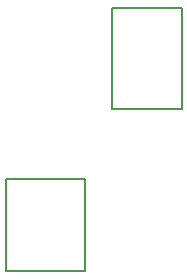
<source format=gbr>
%TF.GenerationSoftware,Altium Limited,Altium Designer,24.6.1 (21)*%
G04 Layer_Color=16711935*
%FSLAX45Y45*%
%MOMM*%
%TF.SameCoordinates,4B1D9C49-5ED8-45E5-B71D-261F0C762659*%
%TF.FilePolarity,Positive*%
%TF.FileFunction,Other,Top_Assembly*%
%TF.Part,Single*%
G01*
G75*
%TA.AperFunction,NonConductor*%
%ADD49C,0.20000*%
D49*
X11036000Y7600000D02*
Y8460000D01*
X11629000D01*
Y7600000D02*
Y8460000D01*
X11036000Y7600000D02*
X11629000D01*
X10135750Y7010215D02*
X10806250D01*
X10135750Y6230785D02*
Y7010215D01*
Y6230785D02*
X10806250D01*
Y7010215D01*
%TF.MD5,67a6961dded341e316af29f3d23cb8f7*%
M02*

</source>
